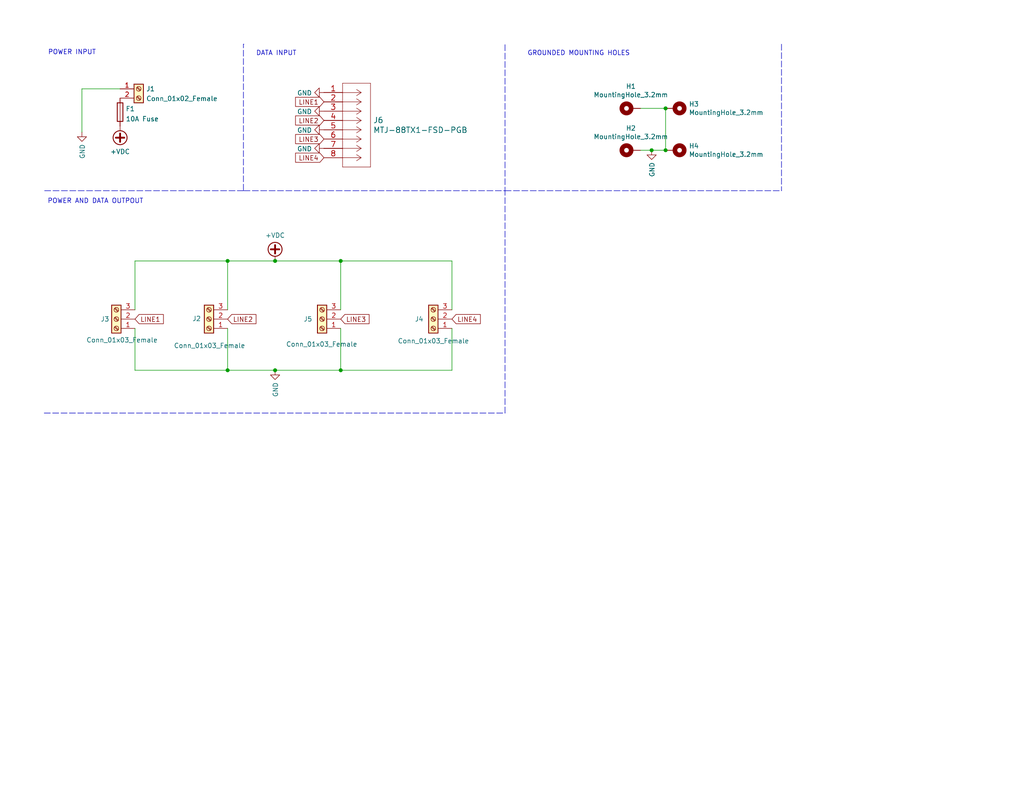
<source format=kicad_sch>
(kicad_sch (version 20211123) (generator eeschema)
  (paper "USLetter")
  (title_block (title "TPP-SSPI v3") (date "2022-01-15") (company "Amos Computing"))
  (lib_symbols
    (symbol "2021-08-17_20-41-37:MTJ-88TX1-FSD-PGB" (pin_names (offset 0.254) hide)
      (property "Reference" "J6" (at 13.4112 -7.5438 0))
      (property "Value" "MTJ-88TX1-FSD-PGB" (at 13.4112 -10.2362 0))
      (symbol "MTJ-88TX1-FSD-PGB_1_1"
        (polyline (pts (xy 5.08 -20.32) (xy 12.7 -20.32)) (stroke (width 0.127)))
        (polyline (pts (xy 5.08 2.54) (xy 5.08 -20.32)) (stroke (width 0.127)))
        (polyline (pts (xy 10.16 -17.78) (xy 5.08 -17.78)) (stroke (width 0.127)))
        (polyline (pts (xy 10.16 -17.78) (xy 8.89 -18.6182)) (stroke (width 0.127)))
        (polyline (pts (xy 10.16 -17.78) (xy 8.89 -16.9418)) (stroke (width 0.127)))
        (polyline (pts (xy 10.16 -15.24) (xy 5.08 -15.24)) (stroke (width 0.127)))
        (polyline (pts (xy 10.16 -15.24) (xy 8.89 -16.0782)) (stroke (width 0.127)))
        (polyline (pts (xy 10.16 -15.24) (xy 8.89 -14.4018)) (stroke (width 0.127)))
        (polyline (pts (xy 10.16 -12.7) (xy 5.08 -12.7)) (stroke (width 0.127)))
        (polyline (pts (xy 10.16 -12.7) (xy 8.89 -13.5382)) (stroke (width 0.127)))
        (polyline (pts (xy 10.16 -12.7) (xy 8.89 -11.8618)) (stroke (width 0.127)))
        (polyline (pts (xy 10.16 -10.16) (xy 5.08 -10.16)) (stroke (width 0.127)))
        (polyline (pts (xy 10.16 -10.16) (xy 8.89 -10.9982)) (stroke (width 0.127)))
        (polyline (pts (xy 10.16 -10.16) (xy 8.89 -9.3218)) (stroke (width 0.127)))
        (polyline (pts (xy 10.16 -7.62) (xy 5.08 -7.62)) (stroke (width 0.127)))
        (polyline (pts (xy 10.16 -7.62) (xy 8.89 -8.4582)) (stroke (width 0.127)))
        (polyline (pts (xy 10.16 -7.62) (xy 8.89 -6.7818)) (stroke (width 0.127)))
        (polyline (pts (xy 10.16 -5.08) (xy 5.08 -5.08)) (stroke (width 0.127)))
        (polyline (pts (xy 10.16 -5.08) (xy 8.89 -5.9182)) (stroke (width 0.127)))
        (polyline (pts (xy 10.16 -5.08) (xy 8.89 -4.2418)) (stroke (width 0.127)))
        (polyline (pts (xy 10.16 -2.54) (xy 5.08 -2.54)) (stroke (width 0.127)))
        (polyline (pts (xy 10.16 -2.54) (xy 8.89 -3.3782)) (stroke (width 0.127)))
        (polyline (pts (xy 10.16 -2.54) (xy 8.89 -1.7018)) (stroke (width 0.127)))
        (polyline (pts (xy 10.16 0) (xy 5.08 0)) (stroke (width 0.127)))
        (polyline (pts (xy 10.16 0) (xy 8.89 -0.8382)) (stroke (width 0.127)))
        (polyline (pts (xy 10.16 0) (xy 8.89 0.8382)) (stroke (width 0.127)))
        (polyline (pts (xy 12.7 -20.32) (xy 12.7 2.54)) (stroke (width 0.127)))
        (polyline (pts (xy 12.7 2.54) (xy 5.08 2.54)) (stroke (width 0.127)))
        (pin unspecified line (at 0 0 0) (length 5.08) (name "1") (number "1"))
        (pin unspecified line (at 0 -2.54 0) (length 5.08) (name "2") (number "2"))
        (pin unspecified line (at 0 -5.08 0) (length 5.08) (name "3") (number "3"))
        (pin unspecified line (at 0 -7.62 0) (length 5.08) (name "4") (number "4"))
        (pin unspecified line (at 0 -10.16 0) (length 5.08) (name "5") (number "5"))
        (pin unspecified line (at 0 -12.7 0) (length 5.08) (name "6") (number "6"))
        (pin unspecified line (at 0 -15.24 0) (length 5.08) (name "7") (number "7"))
        (pin unspecified line (at 0 -17.78 0) (length 5.08) (name "8") (number "8"))
      )
    )
    (symbol "Connector:Screw_Terminal_01x02" (pin_names (offset 1.016) hide)
      (property "Reference" "J" (at 0 2.54 0))
      (property "Value" "Screw_Terminal_01x02" (at 0 -5.08 0))
      (symbol "Screw_Terminal_01x02_1_1"
        (rectangle (start -1.27 1.27) (end 1.27 -3.81) (stroke (width 0.254)) (fill (type background)))
        (circle (center 0 -2.54) (radius 0.635) (stroke (width 0.1524)))
        (polyline (pts (xy -0.5334 -2.2098) (xy 0.3302 -3.048)) (stroke (width 0.1524)))
        (polyline (pts (xy -0.5334 0.3302) (xy 0.3302 -0.508)) (stroke (width 0.1524)))
        (polyline (pts (xy -0.3556 -2.032) (xy 0.508 -2.8702)) (stroke (width 0.1524)))
        (polyline (pts (xy -0.3556 0.508) (xy 0.508 -0.3302)) (stroke (width 0.1524)))
        (circle (center 0 0) (radius 0.635) (stroke (width 0.1524)))
        (pin passive line (at -5.08 0 0) (length 3.81) (name "Pin_1") (number "1"))
        (pin passive line (at -5.08 -2.54 0) (length 3.81) (name "Pin_2") (number "2"))
      )
    )
    (symbol "Connector:Screw_Terminal_01x03" (pin_names (offset 1.016) hide)
      (property "Reference" "J" (at 0 5.08 0))
      (property "Value" "Screw_Terminal_01x03" (at 0 -5.08 0))
      (symbol "Screw_Terminal_01x03_1_1"
        (rectangle (start -1.27 3.81) (end 1.27 -3.81) (stroke (width 0.254)) (fill (type background)))
        (circle (center 0 -2.54) (radius 0.635) (stroke (width 0.1524)))
        (polyline (pts (xy -0.5334 -2.2098) (xy 0.3302 -3.048)) (stroke (width 0.1524)))
        (polyline (pts (xy -0.5334 0.3302) (xy 0.3302 -0.508)) (stroke (width 0.1524)))
        (polyline (pts (xy -0.5334 2.8702) (xy 0.3302 2.032)) (stroke (width 0.1524)))
        (polyline (pts (xy -0.3556 -2.032) (xy 0.508 -2.8702)) (stroke (width 0.1524)))
        (polyline (pts (xy -0.3556 0.508) (xy 0.508 -0.3302)) (stroke (width 0.1524)))
        (polyline (pts (xy -0.3556 3.048) (xy 0.508 2.2098)) (stroke (width 0.1524)))
        (circle (center 0 0) (radius 0.635) (stroke (width 0.1524)))
        (circle (center 0 2.54) (radius 0.635) (stroke (width 0.1524)))
        (pin passive line (at -5.08 2.54 0) (length 3.81) (name "Pin_1") (number "1"))
        (pin passive line (at -5.08 0 0) (length 3.81) (name "Pin_2") (number "2"))
        (pin passive line (at -5.08 -2.54 0) (length 3.81) (name "Pin_3") (number "3"))
      )
    )
    (symbol "Device:Fuse" (pin_numbers hide) (pin_names (offset 0))
      (property "Reference" "F" (at 2.032 0 90))
      (property "Value" "Fuse" (at -1.905 0 90))
      (symbol "Fuse_0_1"
        (rectangle (start -0.762 -2.54) (end 0.762 2.54) (stroke (width 0.254)))
        (polyline (pts (xy 0 2.54) (xy 0 -2.54)))
      )
      (symbol "Fuse_1_1"
        (pin passive line (at 0 3.81 270) (length 1.27) (name "~") (number "1"))
        (pin passive line (at 0 -3.81 90) (length 1.27) (name "~") (number "2"))
      )
    )
    (symbol "Mechanical:MountingHole_Pad" (pin_numbers hide) (pin_names (offset 1.016) hide)
      (property "Reference" "H" (at 0 6.35 0))
      (property "Value" "MountingHole_Pad" (at 0 4.445 0))
      (symbol "MountingHole_Pad_0_1"
        (circle (center 0 1.27) (radius 1.27) (stroke (width 1.27)))
      )
      (symbol "MountingHole_Pad_1_1"
        (pin input line (at 0 -2.54 90) (length 2.54) (name "1") (number "1"))
      )
    )
    (symbol "power:+VDC" (power) (pin_names (offset 0))
      (property "Value" "+VDC" (at 0 6.35 0))
      (symbol "+VDC_0_1"
        (polyline (pts (xy -1.143 3.175) (xy 1.143 3.175)) (stroke (width 0.508)))
        (polyline (pts (xy 0 0) (xy 0 1.27)))
        (polyline (pts (xy 0 2.032) (xy 0 4.318)) (stroke (width 0.508)))
        (circle (center 0 3.175) (radius 1.905) (stroke (width 0.254)))
      )
      (symbol "+VDC_1_1"
        (pin power_in line (at 0 0 90) (length 0) hide (name "+VDC") (number "1"))
      )
    )
    (symbol "power:GND" (power) (pin_names (offset 0))
      (property "Value" "GND" (at 0 -3.81 0))
      (symbol "GND_0_1"
        (polyline (pts (xy 0 0) (xy 0 -1.27) (xy 1.27 -1.27) (xy 0 -2.54) (xy -1.27 -1.27) (xy 0 -1.27)))
      )
      (symbol "GND_1_1"
        (pin power_in line (at 0 0 270) (length 0) hide (name "GND") (number "1"))
      )
    )
  )
  (junction (at 181.61 29.591))
  (junction (at 92.964 71.247))
  (junction (at 177.8 41.021))
  (junction (at 75.057 71.247))
  (junction (at 62.103 71.247))
  (junction (at 75.057 101.092))
  (junction (at 92.964 101.092))
  (junction (at 62.103 101.092))
  (junction (at 181.61 41.021))
  (wire (pts (xy 181.61 29.591) (xy 181.61 41.021)))
  (wire (pts (xy 32.766 24.257) (xy 22.352 24.257)))
  (wire (pts (xy 177.8 41.021) (xy 181.61 41.021)))
  (wire (pts (xy 62.103 84.582) (xy 62.103 71.247)))
  (wire (pts (xy 92.964 71.247) (xy 92.964 84.582)))
  (polyline (pts (xy 12.065 112.776) (xy 137.795 112.776)))
  (wire (pts (xy 174.752 29.591) (xy 181.61 29.591)))
  (wire (pts (xy 174.752 41.021) (xy 177.8 41.021)))
  (wire (pts (xy 62.103 71.247) (xy 75.057 71.247)))
  (wire (pts (xy 22.352 24.257) (xy 22.352 36.068)))
  (polyline (pts (xy 137.795 112.776) (xy 137.795 52.07)))
  (polyline (pts (xy 66.421 12.065) (xy 66.548 12.065)))
  (wire (pts (xy 75.057 71.247) (xy 92.964 71.247)))
  (wire (pts (xy 123.317 89.662) (xy 123.317 101.092)))
  (polyline (pts (xy 66.421 52.07) (xy 11.938 52.07)))
  (wire (pts (xy 92.964 101.092) (xy 123.317 101.092)))
  (wire (pts (xy 123.317 84.582) (xy 123.317 71.247)))
  (wire (pts (xy 36.83 71.247) (xy 36.83 84.582)))
  (polyline (pts (xy 66.548 52.07) (xy 137.795 52.07)))
  (polyline (pts (xy 137.795 52.07) (xy 213.233 52.07)))
  (wire (pts (xy 36.83 101.092) (xy 62.103 101.092)))
  (wire (pts (xy 75.057 101.092) (xy 92.964 101.092)))
  (wire (pts (xy 62.103 89.662) (xy 62.103 101.092)))
  (wire (pts (xy 62.103 101.092) (xy 75.057 101.092)))
  (wire (pts (xy 36.83 71.247) (xy 62.103 71.247)))
  (polyline (pts (xy 66.421 51.943) (xy 66.421 12.065)))
  (wire (pts (xy 36.83 89.662) (xy 36.83 101.092)))
  (wire (pts (xy 92.964 89.662) (xy 92.964 101.092)))
  (polyline (pts (xy 137.795 12.192) (xy 137.795 52.07)))
  (wire (pts (xy 123.317 71.247) (xy 92.964 71.247)))
  (polyline (pts (xy 213.233 12.065) (xy 213.233 52.07)))
  (text "DATA INPUT" (at 69.85 15.367 0) (effects (font (size 1.27 1.27)) (justify left bottom)))
  (text "POWER INPUT" (at 13.081 15.113 0) (effects (font (size 1.27 1.27)) (justify left bottom)))
  (text "GROUNDED MOUNTING HOLES" (at 143.891 15.367 0) (effects (font (size 1.27 1.27)) (justify left bottom)))
  (text "POWER AND DATA OUTPOUT" (at 12.954 55.753 0) (effects (font (size 1.27 1.27)) (justify left bottom)))
  (global_label "LINE3" (shape input) (at 92.964 87.122 0) (property "Intersheet References" "${INTERSHEET_REFS}" (effects hide)))
  (global_label "LINE4" (shape input) (at 123.317 87.122 0) (property "Intersheet References" "${INTERSHEET_REFS}" (effects hide)))
  (global_label "LINE2" (shape input) (at 62.103 87.122 0) (property "Intersheet References" "${INTERSHEET_REFS}" (effects hide)))
  (global_label "LINE2" (shape input) (at 88.392 32.893 180) (property "Intersheet References" "${INTERSHEET_REFS}" (effects hide)))
  (global_label "LINE3" (shape input) (at 88.392 37.973 180) (property "Intersheet References" "${INTERSHEET_REFS}" (effects hide)))
  (global_label "LINE1" (shape input) (at 88.392 27.813 180) (property "Intersheet References" "${INTERSHEET_REFS}" (effects hide)))
  (global_label "LINE1" (shape input) (at 36.83 87.122 0) (property "Intersheet References" "${INTERSHEET_REFS}" (effects hide)))
  (global_label "LINE4" (shape input) (at 88.392 43.053 180) (property "Intersheet References" "${INTERSHEET_REFS}" (effects hide)))
  (symbol (lib_id "power:GND") (at 88.392 40.513 270) (unit 1)
    (property "Reference" "#PWR0114" (effects hide))
    (property "Value" "GND" (at 85.1408 40.64 90) (effects (justify right)))
  )
  (symbol (lib_id "power:GND") (at 88.392 35.433 270) (unit 1)
    (property "Reference" "#PWR0101" (effects hide))
    (property "Value" "GND" (at 85.1408 35.56 90) (effects (justify right)))
  )
  (symbol (lib_id "power:GND") (at 88.392 30.353 270) (unit 1)
    (property "Reference" "#PWR0102" (effects hide))
    (property "Value" "GND" (at 85.1408 30.48 90) (effects (justify right)))
  )
  (symbol (lib_id "power:GND") (at 88.392 25.273 270) (unit 1)
    (property "Reference" "#PWR0103" (effects hide))
    (property "Value" "GND" (at 85.1408 25.4 90) (effects (justify right)))
  )
  (symbol (lib_id "Connector:Screw_Terminal_01x02") (at 37.846 24.257 0) (unit 1)
    (property "Reference" "J1" (at 39.878 24.257 0) (effects (justify left)))
    (property "Value" "Conn_01x02_Female" (at 39.878 26.924 0) (effects (justify left)))
    (property "Footprint" "TerminalBlock:TerminalBlock_OST_02A150-2_P2.54mm" (effects hide))
  )
  (symbol (lib_id "power:GND") (at 22.352 36.068 0) (unit 1)
    (property "Reference" "#PWR0104" (effects hide))
    (property "Value" "GND" (at 22.479 39.3192 90) (effects (justify right)))
    (property "Footprint" "Connector_PinSocket_2.54mm:PinSocket_1x02_P2.54mm_Vertical" (effects hide))
  )
  (symbol (lib_id "power:+VDC") (at 32.766 34.417 180) (unit 1)
    (property "Reference" "#PWR0105" (effects hide))
    (property "Value" "+VDC" (at 32.766 41.402 0))
  )
  (symbol (lib_id "Connector:Screw_Terminal_01x03") (at 31.75 87.122 180) (unit 1)
    (property "Reference" "J3" (at 29.845 87.122 0) (effects (justify left)))
    (property "Value" "Conn_01x03_Female" (at 43.053 92.837 0) (effects (justify left)))
    (property "Footprint" "TerminalBlock:TerminalBlock_OST_03A150-3_P2.54mm" (effects hide))
  )
  (symbol (lib_id "Connector:Screw_Terminal_01x03") (at 57.023 87.122 180) (unit 1)
    (property "Reference" "J2" (at 54.864 86.995 0) (effects (justify left)))
    (property "Value" "Conn_01x03_Female" (at 66.929 94.361 0) (effects (justify left)))
    (property "Footprint" "TerminalBlock:TerminalBlock_OST_03A150-3_P2.54mm" (effects hide))
  )
  (symbol (lib_id "Connector:Screw_Terminal_01x03") (at 87.884 87.122 180) (unit 1)
    (property "Reference" "J5" (at 85.217 87.122 0) (effects (justify left)))
    (property "Value" "Conn_01x03_Female" (at 97.536 93.98 0) (effects (justify left)))
    (property "Footprint" "TerminalBlock:TerminalBlock_OST_03A150-3_P2.54mm" (effects hide))
  )
  (symbol (lib_id "Connector:Screw_Terminal_01x03") (at 118.237 87.122 180) (unit 1)
    (property "Reference" "J4" (at 115.57 87.122 0) (effects (justify left)))
    (property "Value" "Conn_01x03_Female" (at 128.016 93.091 0) (effects (justify left)))
    (property "Footprint" "TerminalBlock:TerminalBlock_OST_03A150-3_P2.54mm" (effects hide))
  )
  (symbol (lib_id "power:+VDC") (at 75.057 71.247 0) (unit 1)
    (property "Reference" "#PWR0108" (effects hide))
    (property "Value" "+VDC" (at 75.057 64.262 0))
  )
  (symbol (lib_id "power:GND") (at 75.057 101.092 0) (unit 1)
    (property "Reference" "#PWR0113" (effects hide))
    (property "Value" "GND" (at 75.184 104.3432 90) (effects (justify right)))
  )
  (symbol (lib_id "2021-08-17_20-41-37:MTJ-88TX1-FSD-PGB") (at 88.392 25.273 0) (unit 1)
    (property "Reference" "J6" (at 101.8032 32.8168 0) (effects (font (size 1.524 1.524)) (justify left)))
    (property "Value" "MTJ-88TX1-FSD-PGB" (at 101.8032 35.5092 0) (effects (font (size 1.524 1.524)) (justify left)))
    (property "Footprint" "Connector_RJ:RJ45_AdamTech_MTJ-88TX1-FSD-PGB" (effects hide))
  )
  (symbol (lib_id "Mechanical:MountingHole_Pad") (at 172.212 29.591 90) (unit 1)
    (property "Reference" "H1" (at 172.1358 23.5712 90))
    (property "Value" "MountingHole_3.2mm" (at 172.1358 25.8826 90))
    (property "Footprint" "MountingHole:MountingHole_3.2mm_M3_Pad_Via" (effects hide))
  )
  (symbol (lib_id "Mechanical:MountingHole_Pad") (at 172.212 41.021 90) (unit 1)
    (property "Reference" "H2" (at 172.1358 35.0012 90))
    (property "Value" "MountingHole_3.2mm" (at 172.1358 37.3126 90))
    (property "Footprint" "MountingHole:MountingHole_3.2mm_M3_Pad_Via" (effects hide))
  )
  (symbol (lib_id "Mechanical:MountingHole_Pad") (at 184.15 41.021 270) (unit 1)
    (property "Reference" "H4" (at 187.96 39.8526 90) (effects (justify left)))
    (property "Value" "MountingHole_3.2mm" (at 187.96 42.164 90) (effects (justify left)))
    (property "Footprint" "MountingHole:MountingHole_3.2mm_M3_Pad_Via" (effects hide))
  )
  (symbol (lib_id "Mechanical:MountingHole_Pad") (at 184.15 29.591 270) (unit 1)
    (property "Reference" "H3" (at 187.96 28.4226 90) (effects (justify left)))
    (property "Value" "MountingHole_3.2mm" (at 187.96 30.734 90) (effects (justify left)))
    (property "Footprint" "MountingHole:MountingHole_3.2mm_M3_Pad_Via" (effects hide))
  )
  (symbol (lib_id "power:GND") (at 177.8 41.021 0) (unit 1)
    (property "Reference" "#PWR0115" (effects hide))
    (property "Value" "GND" (at 177.927 44.2722 90) (effects (justify right)))
  )
  (symbol (lib_id "Device:Fuse") (at 32.766 30.607 180) (unit 1)
    (property "Reference" "F1" (at 34.29 29.6985 0) (effects (justify right)))
    (property "Value" "10A Fuse" (at 34.29 32.4736 0) (effects (justify right)))
    (property "Footprint" "Fuse:Fuseholder_Blade_Mini_Keystone_3568" (effects hide))
  )
)
</source>
